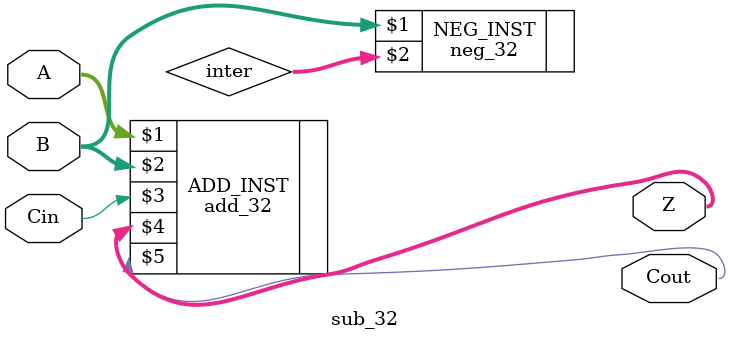
<source format=v>
module sub_32(input [31:0] A, B, input Cin, output[31:0] Z, output Cout);
  wire[31:0] inter;
  neg_32 NEG_INST(B, inter);
  add_32 ADD_INST(A,B, Cin, Z, Cout);
endmodule
  

</source>
